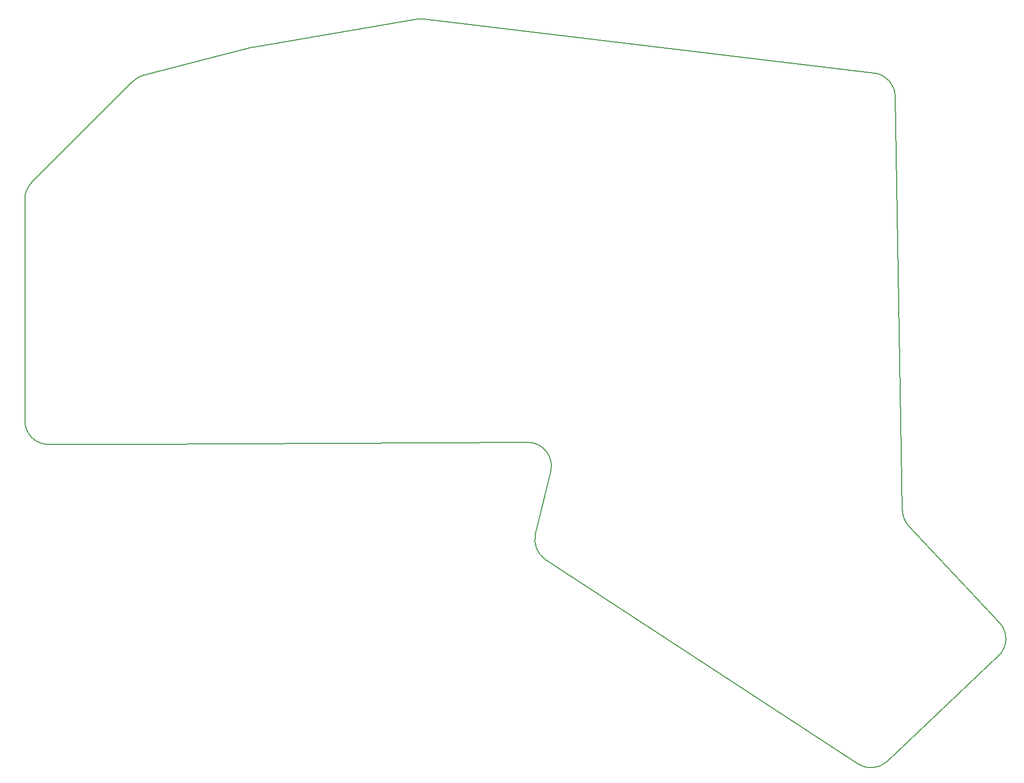
<source format=gbr>
%TF.GenerationSoftware,KiCad,Pcbnew,9.0.7*%
%TF.CreationDate,2026-02-06T22:36:50+02:00*%
%TF.ProjectId,juubo_left_finished,6a757562-6f5f-46c6-9566-745f66696e69,v1.0.0*%
%TF.SameCoordinates,Original*%
%TF.FileFunction,Profile,NP*%
%FSLAX46Y46*%
G04 Gerber Fmt 4.6, Leading zero omitted, Abs format (unit mm)*
G04 Created by KiCad (PCBNEW 9.0.7) date 2026-02-06 22:36:50*
%MOMM*%
%LPD*%
G01*
G04 APERTURE LIST*
%TA.AperFunction,Profile*%
%ADD10C,0.150000*%
%TD*%
G04 APERTURE END LIST*
D10*
X106249801Y-50650199D02*
G75*
G02*
X108087108Y-49603347I2828499J-2828501D01*
G01*
X175936493Y-131483209D02*
G75*
G02*
X174239495Y-127195717I2190807J3346709D01*
G01*
X174239511Y-127195721D02*
X176802611Y-116603822D01*
X108087111Y-49603360D02*
X126415971Y-44915672D01*
X87975000Y-70581854D02*
G75*
G02*
X89146554Y-67753408I4000200J-46D01*
G01*
X87975000Y-108025000D02*
X87975000Y-70581854D01*
X237303224Y-125828629D02*
X252607604Y-142126697D01*
X237303224Y-125828629D02*
G75*
G02*
X236219751Y-123160417I2915876J2738129D01*
G01*
X126415971Y-44915672D02*
G75*
G02*
X126736828Y-44847491I991229J-3875628D01*
G01*
X228700713Y-166023631D02*
X175936493Y-131483209D01*
X252607604Y-142126697D02*
G75*
G02*
X252442745Y-147768503I-2916004J-2738103D01*
G01*
X252442777Y-147768537D02*
X233642615Y-165580637D01*
X107035993Y-112024940D02*
G75*
G02*
X107014015Y-112025000I-21993J4025240D01*
G01*
X234995954Y-53166193D02*
X236219757Y-123160417D01*
X233642615Y-165580637D02*
G75*
G02*
X228700702Y-166023648I-2751115J2903737D01*
G01*
X172892843Y-111663089D02*
X107035993Y-112024940D01*
X172892843Y-111663089D02*
G75*
G02*
X176802676Y-116603838I21957J-4000011D01*
G01*
X89146573Y-67753427D02*
X106249801Y-50650199D01*
X126736828Y-44847494D02*
X154273633Y-40167114D01*
X155420434Y-40139046D02*
X231473107Y-49264607D01*
X91975000Y-112025000D02*
G75*
G02*
X87975000Y-108025000I0J4000000D01*
G01*
X154273633Y-40167114D02*
G75*
G02*
X155420434Y-40139044I670267J-3943386D01*
G01*
X107014015Y-112025000D02*
X91975000Y-112025000D01*
X231473107Y-49264607D02*
G75*
G02*
X234995966Y-53166193I-476507J-3971493D01*
G01*
M02*

</source>
